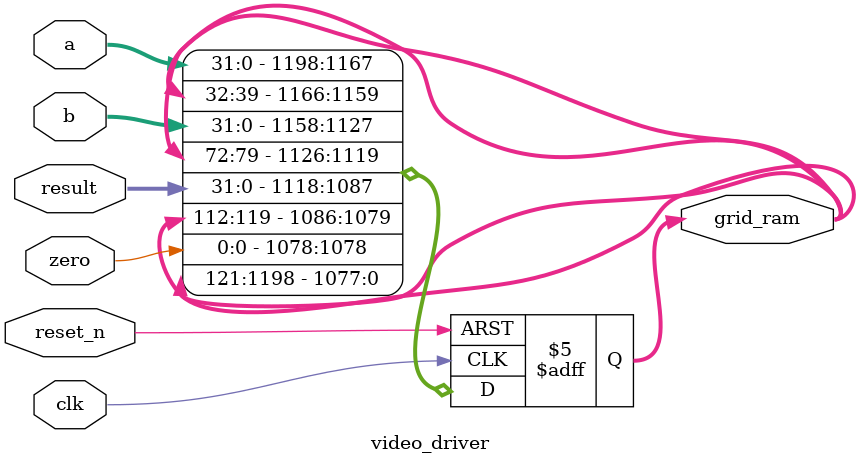
<source format=v>
`default_nettype none

module video_driver #(
    parameter RAM_LENGTH = 1199, 
    parameter GRID_ROWS = 30, 
    parameter GRID_COLS = 40
)(
    input wire clk,
    input wire reset_n,
    input wire [31:0] a,
    input wire [31:0] b,
    input wire [31:0] result,
    input wire zero,
    output reg [0:RAM_LENGTH-1] grid_ram
);


	integer i, j;

always @(posedge clk or negedge reset_n) begin
    if (!reset_n) begin
        // Reset logic to initialize the grid
        for (i = 0; i < GRID_ROWS; i = i + 1) begin
            for (j = 0; j < GRID_COLS; j = j + 1) begin
				grid_ram[i*GRID_COLS + j] <= 0; // initialize to black
            end
        end
    end else begin
        // Normal operation
        grid_ram[0:31] <= a;
        grid_ram[40:71] <= b;
        grid_ram[80:111] <= result;
        grid_ram[120] <= zero;
    end
end

endmodule
</source>
